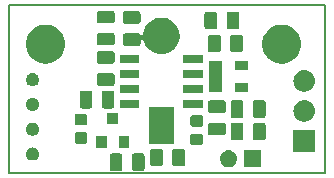
<source format=gbr>
G04 #@! TF.GenerationSoftware,KiCad,Pcbnew,5.1.0*
G04 #@! TF.CreationDate,2019-05-19T21:56:43+02:00*
G04 #@! TF.ProjectId,beeper,62656570-6572-42e6-9b69-6361645f7063,rev?*
G04 #@! TF.SameCoordinates,Original*
G04 #@! TF.FileFunction,Soldermask,Bot*
G04 #@! TF.FilePolarity,Negative*
%FSLAX46Y46*%
G04 Gerber Fmt 4.6, Leading zero omitted, Abs format (unit mm)*
G04 Created by KiCad (PCBNEW 5.1.0) date 2019-05-19 21:56:43*
%MOMM*%
%LPD*%
G04 APERTURE LIST*
%ADD10C,0.150000*%
%ADD11C,0.100000*%
G04 APERTURE END LIST*
D10*
X136500000Y-108700000D02*
X136500000Y-94500000D01*
X163300000Y-108700000D02*
X136500000Y-108700000D01*
X163250000Y-94500000D02*
X163300000Y-108700000D01*
X136500000Y-94500000D02*
X163250000Y-94500000D01*
D11*
G36*
X147821848Y-107053764D02*
G01*
X147860500Y-107065489D01*
X147896123Y-107084530D01*
X147927346Y-107110154D01*
X147952970Y-107141377D01*
X147972011Y-107177000D01*
X147983736Y-107215652D01*
X147988300Y-107261991D01*
X147988300Y-108338009D01*
X147983736Y-108384348D01*
X147972011Y-108423000D01*
X147952970Y-108458623D01*
X147927346Y-108489846D01*
X147896123Y-108515470D01*
X147860500Y-108534511D01*
X147821848Y-108546236D01*
X147775509Y-108550800D01*
X147124491Y-108550800D01*
X147078152Y-108546236D01*
X147039500Y-108534511D01*
X147003877Y-108515470D01*
X146972654Y-108489846D01*
X146947030Y-108458623D01*
X146927989Y-108423000D01*
X146916264Y-108384348D01*
X146911700Y-108338009D01*
X146911700Y-107261991D01*
X146916264Y-107215652D01*
X146927989Y-107177000D01*
X146947030Y-107141377D01*
X146972654Y-107110154D01*
X147003877Y-107084530D01*
X147039500Y-107065489D01*
X147078152Y-107053764D01*
X147124491Y-107049200D01*
X147775509Y-107049200D01*
X147821848Y-107053764D01*
X147821848Y-107053764D01*
G37*
G36*
X145946848Y-107053764D02*
G01*
X145985500Y-107065489D01*
X146021123Y-107084530D01*
X146052346Y-107110154D01*
X146077970Y-107141377D01*
X146097011Y-107177000D01*
X146108736Y-107215652D01*
X146113300Y-107261991D01*
X146113300Y-108338009D01*
X146108736Y-108384348D01*
X146097011Y-108423000D01*
X146077970Y-108458623D01*
X146052346Y-108489846D01*
X146021123Y-108515470D01*
X145985500Y-108534511D01*
X145946848Y-108546236D01*
X145900509Y-108550800D01*
X145249491Y-108550800D01*
X145203152Y-108546236D01*
X145164500Y-108534511D01*
X145128877Y-108515470D01*
X145097654Y-108489846D01*
X145072030Y-108458623D01*
X145052989Y-108423000D01*
X145041264Y-108384348D01*
X145036700Y-108338009D01*
X145036700Y-107261991D01*
X145041264Y-107215652D01*
X145052989Y-107177000D01*
X145072030Y-107141377D01*
X145097654Y-107110154D01*
X145128877Y-107084530D01*
X145164500Y-107065489D01*
X145203152Y-107053764D01*
X145249491Y-107049200D01*
X145900509Y-107049200D01*
X145946848Y-107053764D01*
X145946848Y-107053764D01*
G37*
G36*
X157825800Y-108225800D02*
G01*
X156374200Y-108225800D01*
X156374200Y-106774200D01*
X157825800Y-106774200D01*
X157825800Y-108225800D01*
X157825800Y-108225800D01*
G37*
G36*
X155242283Y-106784702D02*
G01*
X155379095Y-106826204D01*
X155505183Y-106893599D01*
X155615701Y-106984299D01*
X155706401Y-107094817D01*
X155773796Y-107220905D01*
X155815298Y-107357717D01*
X155829311Y-107500000D01*
X155815298Y-107642283D01*
X155773796Y-107779095D01*
X155706401Y-107905183D01*
X155615701Y-108015701D01*
X155505183Y-108106401D01*
X155379095Y-108173796D01*
X155242283Y-108215298D01*
X155135650Y-108225800D01*
X155064350Y-108225800D01*
X154957717Y-108215298D01*
X154820905Y-108173796D01*
X154694817Y-108106401D01*
X154584299Y-108015701D01*
X154493599Y-107905183D01*
X154426204Y-107779095D01*
X154384702Y-107642283D01*
X154370689Y-107500000D01*
X154384702Y-107357717D01*
X154426204Y-107220905D01*
X154493599Y-107094817D01*
X154584299Y-106984299D01*
X154694817Y-106893599D01*
X154820905Y-106826204D01*
X154957717Y-106784702D01*
X155064350Y-106774200D01*
X155135650Y-106774200D01*
X155242283Y-106784702D01*
X155242283Y-106784702D01*
G37*
G36*
X149371848Y-106653764D02*
G01*
X149410500Y-106665489D01*
X149446123Y-106684530D01*
X149477346Y-106710154D01*
X149502970Y-106741377D01*
X149522011Y-106777000D01*
X149533736Y-106815652D01*
X149538300Y-106861991D01*
X149538300Y-107938009D01*
X149533736Y-107984348D01*
X149522011Y-108023000D01*
X149502970Y-108058623D01*
X149477346Y-108089846D01*
X149446123Y-108115470D01*
X149410500Y-108134511D01*
X149371848Y-108146236D01*
X149325509Y-108150800D01*
X148674491Y-108150800D01*
X148628152Y-108146236D01*
X148589500Y-108134511D01*
X148553877Y-108115470D01*
X148522654Y-108089846D01*
X148497030Y-108058623D01*
X148477989Y-108023000D01*
X148466264Y-107984348D01*
X148461700Y-107938009D01*
X148461700Y-106861991D01*
X148466264Y-106815652D01*
X148477989Y-106777000D01*
X148497030Y-106741377D01*
X148522654Y-106710154D01*
X148553877Y-106684530D01*
X148589500Y-106665489D01*
X148628152Y-106653764D01*
X148674491Y-106649200D01*
X149325509Y-106649200D01*
X149371848Y-106653764D01*
X149371848Y-106653764D01*
G37*
G36*
X151246848Y-106653764D02*
G01*
X151285500Y-106665489D01*
X151321123Y-106684530D01*
X151352346Y-106710154D01*
X151377970Y-106741377D01*
X151397011Y-106777000D01*
X151408736Y-106815652D01*
X151413300Y-106861991D01*
X151413300Y-107938009D01*
X151408736Y-107984348D01*
X151397011Y-108023000D01*
X151377970Y-108058623D01*
X151352346Y-108089846D01*
X151321123Y-108115470D01*
X151285500Y-108134511D01*
X151246848Y-108146236D01*
X151200509Y-108150800D01*
X150549491Y-108150800D01*
X150503152Y-108146236D01*
X150464500Y-108134511D01*
X150428877Y-108115470D01*
X150397654Y-108089846D01*
X150372030Y-108058623D01*
X150352989Y-108023000D01*
X150341264Y-107984348D01*
X150336700Y-107938009D01*
X150336700Y-106861991D01*
X150341264Y-106815652D01*
X150352989Y-106777000D01*
X150372030Y-106741377D01*
X150397654Y-106710154D01*
X150428877Y-106684530D01*
X150464500Y-106665489D01*
X150503152Y-106653764D01*
X150549491Y-106649200D01*
X151200509Y-106649200D01*
X151246848Y-106653764D01*
X151246848Y-106653764D01*
G37*
G36*
X138660659Y-106570366D02*
G01*
X138660661Y-106570367D01*
X138660662Y-106570367D01*
X138760902Y-106611887D01*
X138851114Y-106672166D01*
X138927834Y-106748886D01*
X138988113Y-106839098D01*
X139029633Y-106939338D01*
X139029634Y-106939341D01*
X139050800Y-107045750D01*
X139050800Y-107154250D01*
X139037542Y-107220905D01*
X139029633Y-107260662D01*
X138988113Y-107360902D01*
X138927834Y-107451114D01*
X138851114Y-107527834D01*
X138760902Y-107588113D01*
X138660662Y-107629633D01*
X138660661Y-107629633D01*
X138660659Y-107629634D01*
X138554250Y-107650800D01*
X138445750Y-107650800D01*
X138339341Y-107629634D01*
X138339339Y-107629633D01*
X138339338Y-107629633D01*
X138239098Y-107588113D01*
X138148886Y-107527834D01*
X138072166Y-107451114D01*
X138011887Y-107360902D01*
X137970367Y-107260662D01*
X137962459Y-107220905D01*
X137949200Y-107154250D01*
X137949200Y-107045750D01*
X137970366Y-106939341D01*
X137970367Y-106939338D01*
X138011887Y-106839098D01*
X138072166Y-106748886D01*
X138148886Y-106672166D01*
X138239098Y-106611887D01*
X138339338Y-106570367D01*
X138339339Y-106570367D01*
X138339341Y-106570366D01*
X138445750Y-106549200D01*
X138554250Y-106549200D01*
X138660659Y-106570366D01*
X138660659Y-106570366D01*
G37*
G36*
X162400800Y-106900800D02*
G01*
X160599200Y-106900800D01*
X160599200Y-105099200D01*
X162400800Y-105099200D01*
X162400800Y-106900800D01*
X162400800Y-106900800D01*
G37*
G36*
X146700800Y-106600800D02*
G01*
X145799200Y-106600800D01*
X145799200Y-105599200D01*
X146700800Y-105599200D01*
X146700800Y-106600800D01*
X146700800Y-106600800D01*
G37*
G36*
X144800800Y-106600800D02*
G01*
X143899200Y-106600800D01*
X143899200Y-105599200D01*
X144800800Y-105599200D01*
X144800800Y-106600800D01*
X144800800Y-106600800D01*
G37*
G36*
X152779468Y-105390783D02*
G01*
X152813433Y-105401086D01*
X152844734Y-105417817D01*
X152872168Y-105440332D01*
X152894683Y-105467766D01*
X152911414Y-105499067D01*
X152921717Y-105533032D01*
X152925800Y-105574490D01*
X152925800Y-106175510D01*
X152921717Y-106216968D01*
X152911414Y-106250933D01*
X152894683Y-106282234D01*
X152872168Y-106309668D01*
X152844734Y-106332183D01*
X152813433Y-106348914D01*
X152779468Y-106359217D01*
X152738010Y-106363300D01*
X152061990Y-106363300D01*
X152020532Y-106359217D01*
X151986567Y-106348914D01*
X151955266Y-106332183D01*
X151927832Y-106309668D01*
X151905317Y-106282234D01*
X151888586Y-106250933D01*
X151878283Y-106216968D01*
X151874200Y-106175510D01*
X151874200Y-105574490D01*
X151878283Y-105533032D01*
X151888586Y-105499067D01*
X151905317Y-105467766D01*
X151927832Y-105440332D01*
X151955266Y-105417817D01*
X151986567Y-105401086D01*
X152020532Y-105390783D01*
X152061990Y-105386700D01*
X152738010Y-105386700D01*
X152779468Y-105390783D01*
X152779468Y-105390783D01*
G37*
G36*
X150450800Y-106250800D02*
G01*
X148349200Y-106250800D01*
X148349200Y-103149200D01*
X150450800Y-103149200D01*
X150450800Y-106250800D01*
X150450800Y-106250800D01*
G37*
G36*
X142979468Y-105265783D02*
G01*
X143013433Y-105276086D01*
X143044734Y-105292817D01*
X143072168Y-105315332D01*
X143094683Y-105342766D01*
X143111414Y-105374067D01*
X143121717Y-105408032D01*
X143125800Y-105449490D01*
X143125800Y-106050510D01*
X143121717Y-106091968D01*
X143111414Y-106125933D01*
X143094683Y-106157234D01*
X143072168Y-106184668D01*
X143044734Y-106207183D01*
X143013433Y-106223914D01*
X142979468Y-106234217D01*
X142938010Y-106238300D01*
X142261990Y-106238300D01*
X142220532Y-106234217D01*
X142186567Y-106223914D01*
X142155266Y-106207183D01*
X142127832Y-106184668D01*
X142105317Y-106157234D01*
X142088586Y-106125933D01*
X142078283Y-106091968D01*
X142074200Y-106050510D01*
X142074200Y-105449490D01*
X142078283Y-105408032D01*
X142088586Y-105374067D01*
X142105317Y-105342766D01*
X142127832Y-105315332D01*
X142155266Y-105292817D01*
X142186567Y-105276086D01*
X142220532Y-105265783D01*
X142261990Y-105261700D01*
X142938010Y-105261700D01*
X142979468Y-105265783D01*
X142979468Y-105265783D01*
G37*
G36*
X156196848Y-104453764D02*
G01*
X156235500Y-104465489D01*
X156271123Y-104484530D01*
X156302346Y-104510154D01*
X156327970Y-104541377D01*
X156347011Y-104577000D01*
X156358736Y-104615652D01*
X156363300Y-104661991D01*
X156363300Y-105738009D01*
X156358736Y-105784348D01*
X156347011Y-105823000D01*
X156327970Y-105858623D01*
X156302346Y-105889846D01*
X156271123Y-105915470D01*
X156235500Y-105934511D01*
X156196848Y-105946236D01*
X156150509Y-105950800D01*
X155499491Y-105950800D01*
X155453152Y-105946236D01*
X155414500Y-105934511D01*
X155378877Y-105915470D01*
X155347654Y-105889846D01*
X155322030Y-105858623D01*
X155302989Y-105823000D01*
X155291264Y-105784348D01*
X155286700Y-105738009D01*
X155286700Y-104661991D01*
X155291264Y-104615652D01*
X155302989Y-104577000D01*
X155322030Y-104541377D01*
X155347654Y-104510154D01*
X155378877Y-104484530D01*
X155414500Y-104465489D01*
X155453152Y-104453764D01*
X155499491Y-104449200D01*
X156150509Y-104449200D01*
X156196848Y-104453764D01*
X156196848Y-104453764D01*
G37*
G36*
X158071848Y-104453764D02*
G01*
X158110500Y-104465489D01*
X158146123Y-104484530D01*
X158177346Y-104510154D01*
X158202970Y-104541377D01*
X158222011Y-104577000D01*
X158233736Y-104615652D01*
X158238300Y-104661991D01*
X158238300Y-105738009D01*
X158233736Y-105784348D01*
X158222011Y-105823000D01*
X158202970Y-105858623D01*
X158177346Y-105889846D01*
X158146123Y-105915470D01*
X158110500Y-105934511D01*
X158071848Y-105946236D01*
X158025509Y-105950800D01*
X157374491Y-105950800D01*
X157328152Y-105946236D01*
X157289500Y-105934511D01*
X157253877Y-105915470D01*
X157222654Y-105889846D01*
X157197030Y-105858623D01*
X157177989Y-105823000D01*
X157166264Y-105784348D01*
X157161700Y-105738009D01*
X157161700Y-104661991D01*
X157166264Y-104615652D01*
X157177989Y-104577000D01*
X157197030Y-104541377D01*
X157222654Y-104510154D01*
X157253877Y-104484530D01*
X157289500Y-104465489D01*
X157328152Y-104453764D01*
X157374491Y-104449200D01*
X158025509Y-104449200D01*
X158071848Y-104453764D01*
X158071848Y-104453764D01*
G37*
G36*
X138660659Y-104470366D02*
G01*
X138660661Y-104470367D01*
X138660662Y-104470367D01*
X138760902Y-104511887D01*
X138851114Y-104572166D01*
X138927834Y-104648886D01*
X138988113Y-104739098D01*
X139029633Y-104839338D01*
X139050800Y-104945751D01*
X139050800Y-105054249D01*
X139029633Y-105160662D01*
X138988113Y-105260902D01*
X138927834Y-105351114D01*
X138851114Y-105427834D01*
X138760902Y-105488113D01*
X138660662Y-105529633D01*
X138660661Y-105529633D01*
X138660659Y-105529634D01*
X138554250Y-105550800D01*
X138445750Y-105550800D01*
X138339341Y-105529634D01*
X138339339Y-105529633D01*
X138339338Y-105529633D01*
X138239098Y-105488113D01*
X138148886Y-105427834D01*
X138072166Y-105351114D01*
X138011887Y-105260902D01*
X137970367Y-105160662D01*
X137949200Y-105054249D01*
X137949200Y-104945751D01*
X137970367Y-104839338D01*
X138011887Y-104739098D01*
X138072166Y-104648886D01*
X138148886Y-104572166D01*
X138239098Y-104511887D01*
X138339338Y-104470367D01*
X138339339Y-104470367D01*
X138339341Y-104470366D01*
X138445750Y-104449200D01*
X138554250Y-104449200D01*
X138660659Y-104470366D01*
X138660659Y-104470366D01*
G37*
G36*
X154684348Y-104441264D02*
G01*
X154723000Y-104452989D01*
X154758623Y-104472030D01*
X154789846Y-104497654D01*
X154815470Y-104528877D01*
X154834511Y-104564500D01*
X154846236Y-104603152D01*
X154850800Y-104649491D01*
X154850800Y-105300509D01*
X154846236Y-105346848D01*
X154834511Y-105385500D01*
X154815470Y-105421123D01*
X154789846Y-105452346D01*
X154758623Y-105477970D01*
X154723000Y-105497011D01*
X154684348Y-105508736D01*
X154638009Y-105513300D01*
X153561991Y-105513300D01*
X153515652Y-105508736D01*
X153477000Y-105497011D01*
X153441377Y-105477970D01*
X153410154Y-105452346D01*
X153384530Y-105421123D01*
X153365489Y-105385500D01*
X153353764Y-105346848D01*
X153349200Y-105300509D01*
X153349200Y-104649491D01*
X153353764Y-104603152D01*
X153365489Y-104564500D01*
X153384530Y-104528877D01*
X153410154Y-104497654D01*
X153441377Y-104472030D01*
X153477000Y-104452989D01*
X153515652Y-104441264D01*
X153561991Y-104436700D01*
X154638009Y-104436700D01*
X154684348Y-104441264D01*
X154684348Y-104441264D01*
G37*
G36*
X152779468Y-103815783D02*
G01*
X152813433Y-103826086D01*
X152844734Y-103842817D01*
X152872168Y-103865332D01*
X152894683Y-103892766D01*
X152911414Y-103924067D01*
X152921717Y-103958032D01*
X152925800Y-103999490D01*
X152925800Y-104600510D01*
X152921717Y-104641968D01*
X152911414Y-104675933D01*
X152894683Y-104707234D01*
X152872168Y-104734668D01*
X152844734Y-104757183D01*
X152813433Y-104773914D01*
X152779468Y-104784217D01*
X152738010Y-104788300D01*
X152061990Y-104788300D01*
X152020532Y-104784217D01*
X151986567Y-104773914D01*
X151955266Y-104757183D01*
X151927832Y-104734668D01*
X151905317Y-104707234D01*
X151888586Y-104675933D01*
X151878283Y-104641968D01*
X151874200Y-104600510D01*
X151874200Y-103999490D01*
X151878283Y-103958032D01*
X151888586Y-103924067D01*
X151905317Y-103892766D01*
X151927832Y-103865332D01*
X151955266Y-103842817D01*
X151986567Y-103826086D01*
X152020532Y-103815783D01*
X152061990Y-103811700D01*
X152738010Y-103811700D01*
X152779468Y-103815783D01*
X152779468Y-103815783D01*
G37*
G36*
X142979468Y-103690783D02*
G01*
X143013433Y-103701086D01*
X143044734Y-103717817D01*
X143072168Y-103740332D01*
X143094683Y-103767766D01*
X143111414Y-103799067D01*
X143121717Y-103833032D01*
X143125800Y-103874490D01*
X143125800Y-104475510D01*
X143121717Y-104516968D01*
X143111414Y-104550933D01*
X143094683Y-104582234D01*
X143072168Y-104609668D01*
X143044734Y-104632183D01*
X143013433Y-104648914D01*
X142979468Y-104659217D01*
X142938010Y-104663300D01*
X142261990Y-104663300D01*
X142220532Y-104659217D01*
X142186567Y-104648914D01*
X142155266Y-104632183D01*
X142127832Y-104609668D01*
X142105317Y-104582234D01*
X142088586Y-104550933D01*
X142078283Y-104516968D01*
X142074200Y-104475510D01*
X142074200Y-103874490D01*
X142078283Y-103833032D01*
X142088586Y-103799067D01*
X142105317Y-103767766D01*
X142127832Y-103740332D01*
X142155266Y-103717817D01*
X142186567Y-103701086D01*
X142220532Y-103690783D01*
X142261990Y-103686700D01*
X142938010Y-103686700D01*
X142979468Y-103690783D01*
X142979468Y-103690783D01*
G37*
G36*
X145750800Y-104600800D02*
G01*
X144849200Y-104600800D01*
X144849200Y-103599200D01*
X145750800Y-103599200D01*
X145750800Y-104600800D01*
X145750800Y-104600800D01*
G37*
G36*
X161588362Y-102563545D02*
G01*
X161676588Y-102572234D01*
X161801592Y-102610154D01*
X161846392Y-102623744D01*
X162002878Y-102707388D01*
X162140044Y-102819956D01*
X162252612Y-102957122D01*
X162336256Y-103113608D01*
X162336257Y-103113611D01*
X162387766Y-103283412D01*
X162405158Y-103460000D01*
X162387766Y-103636588D01*
X162339649Y-103795208D01*
X162336256Y-103806392D01*
X162252612Y-103962878D01*
X162140044Y-104100044D01*
X162002878Y-104212612D01*
X161846392Y-104296256D01*
X161846389Y-104296257D01*
X161676588Y-104347766D01*
X161588362Y-104356455D01*
X161544250Y-104360800D01*
X161455750Y-104360800D01*
X161411638Y-104356455D01*
X161323412Y-104347766D01*
X161153611Y-104296257D01*
X161153608Y-104296256D01*
X160997122Y-104212612D01*
X160859956Y-104100044D01*
X160747388Y-103962878D01*
X160663744Y-103806392D01*
X160660351Y-103795208D01*
X160612234Y-103636588D01*
X160594842Y-103460000D01*
X160612234Y-103283412D01*
X160663743Y-103113611D01*
X160663744Y-103113608D01*
X160747388Y-102957122D01*
X160859956Y-102819956D01*
X160997122Y-102707388D01*
X161153608Y-102623744D01*
X161198408Y-102610154D01*
X161323412Y-102572234D01*
X161411638Y-102563545D01*
X161455750Y-102559200D01*
X161544250Y-102559200D01*
X161588362Y-102563545D01*
X161588362Y-102563545D01*
G37*
G36*
X156196848Y-102553764D02*
G01*
X156235500Y-102565489D01*
X156271123Y-102584530D01*
X156302346Y-102610154D01*
X156327970Y-102641377D01*
X156347011Y-102677000D01*
X156358736Y-102715652D01*
X156363300Y-102761991D01*
X156363300Y-103838009D01*
X156358736Y-103884348D01*
X156347011Y-103923000D01*
X156327970Y-103958623D01*
X156302346Y-103989846D01*
X156271123Y-104015470D01*
X156235500Y-104034511D01*
X156196848Y-104046236D01*
X156150509Y-104050800D01*
X155499491Y-104050800D01*
X155453152Y-104046236D01*
X155414500Y-104034511D01*
X155378877Y-104015470D01*
X155347654Y-103989846D01*
X155322030Y-103958623D01*
X155302989Y-103923000D01*
X155291264Y-103884348D01*
X155286700Y-103838009D01*
X155286700Y-102761991D01*
X155291264Y-102715652D01*
X155302989Y-102677000D01*
X155322030Y-102641377D01*
X155347654Y-102610154D01*
X155378877Y-102584530D01*
X155414500Y-102565489D01*
X155453152Y-102553764D01*
X155499491Y-102549200D01*
X156150509Y-102549200D01*
X156196848Y-102553764D01*
X156196848Y-102553764D01*
G37*
G36*
X158071848Y-102553764D02*
G01*
X158110500Y-102565489D01*
X158146123Y-102584530D01*
X158177346Y-102610154D01*
X158202970Y-102641377D01*
X158222011Y-102677000D01*
X158233736Y-102715652D01*
X158238300Y-102761991D01*
X158238300Y-103838009D01*
X158233736Y-103884348D01*
X158222011Y-103923000D01*
X158202970Y-103958623D01*
X158177346Y-103989846D01*
X158146123Y-104015470D01*
X158110500Y-104034511D01*
X158071848Y-104046236D01*
X158025509Y-104050800D01*
X157374491Y-104050800D01*
X157328152Y-104046236D01*
X157289500Y-104034511D01*
X157253877Y-104015470D01*
X157222654Y-103989846D01*
X157197030Y-103958623D01*
X157177989Y-103923000D01*
X157166264Y-103884348D01*
X157161700Y-103838009D01*
X157161700Y-102761991D01*
X157166264Y-102715652D01*
X157177989Y-102677000D01*
X157197030Y-102641377D01*
X157222654Y-102610154D01*
X157253877Y-102584530D01*
X157289500Y-102565489D01*
X157328152Y-102553764D01*
X157374491Y-102549200D01*
X158025509Y-102549200D01*
X158071848Y-102553764D01*
X158071848Y-102553764D01*
G37*
G36*
X154684348Y-102566264D02*
G01*
X154723000Y-102577989D01*
X154758623Y-102597030D01*
X154789846Y-102622654D01*
X154815470Y-102653877D01*
X154834511Y-102689500D01*
X154846236Y-102728152D01*
X154850800Y-102774491D01*
X154850800Y-103425509D01*
X154846236Y-103471848D01*
X154834511Y-103510500D01*
X154815470Y-103546123D01*
X154789846Y-103577346D01*
X154758623Y-103602970D01*
X154723000Y-103622011D01*
X154684348Y-103633736D01*
X154638009Y-103638300D01*
X153561991Y-103638300D01*
X153515652Y-103633736D01*
X153477000Y-103622011D01*
X153441377Y-103602970D01*
X153410154Y-103577346D01*
X153384530Y-103546123D01*
X153365489Y-103510500D01*
X153353764Y-103471848D01*
X153349200Y-103425509D01*
X153349200Y-102774491D01*
X153353764Y-102728152D01*
X153365489Y-102689500D01*
X153384530Y-102653877D01*
X153410154Y-102622654D01*
X153441377Y-102597030D01*
X153477000Y-102577989D01*
X153515652Y-102566264D01*
X153561991Y-102561700D01*
X154638009Y-102561700D01*
X154684348Y-102566264D01*
X154684348Y-102566264D01*
G37*
G36*
X138660659Y-102370366D02*
G01*
X138660661Y-102370367D01*
X138660662Y-102370367D01*
X138760902Y-102411887D01*
X138851114Y-102472166D01*
X138927834Y-102548886D01*
X138988113Y-102639098D01*
X139029633Y-102739338D01*
X139029634Y-102739341D01*
X139045350Y-102818350D01*
X139050800Y-102845751D01*
X139050800Y-102954249D01*
X139029633Y-103060662D01*
X138988113Y-103160902D01*
X138927834Y-103251114D01*
X138851114Y-103327834D01*
X138760902Y-103388113D01*
X138660662Y-103429633D01*
X138660661Y-103429633D01*
X138660659Y-103429634D01*
X138554250Y-103450800D01*
X138445750Y-103450800D01*
X138339341Y-103429634D01*
X138339339Y-103429633D01*
X138339338Y-103429633D01*
X138239098Y-103388113D01*
X138148886Y-103327834D01*
X138072166Y-103251114D01*
X138011887Y-103160902D01*
X137970367Y-103060662D01*
X137949200Y-102954249D01*
X137949200Y-102845751D01*
X137954650Y-102818350D01*
X137970366Y-102739341D01*
X137970367Y-102739338D01*
X138011887Y-102639098D01*
X138072166Y-102548886D01*
X138148886Y-102472166D01*
X138239098Y-102411887D01*
X138339338Y-102370367D01*
X138339339Y-102370367D01*
X138339341Y-102370366D01*
X138445750Y-102349200D01*
X138554250Y-102349200D01*
X138660659Y-102370366D01*
X138660659Y-102370366D01*
G37*
G36*
X143396848Y-101753764D02*
G01*
X143435500Y-101765489D01*
X143471123Y-101784530D01*
X143502346Y-101810154D01*
X143527970Y-101841377D01*
X143547011Y-101877000D01*
X143558736Y-101915652D01*
X143563300Y-101961991D01*
X143563300Y-103038009D01*
X143558736Y-103084348D01*
X143547011Y-103123000D01*
X143527970Y-103158623D01*
X143502346Y-103189846D01*
X143471123Y-103215470D01*
X143435500Y-103234511D01*
X143396848Y-103246236D01*
X143350509Y-103250800D01*
X142699491Y-103250800D01*
X142653152Y-103246236D01*
X142614500Y-103234511D01*
X142578877Y-103215470D01*
X142547654Y-103189846D01*
X142522030Y-103158623D01*
X142502989Y-103123000D01*
X142491264Y-103084348D01*
X142486700Y-103038009D01*
X142486700Y-101961991D01*
X142491264Y-101915652D01*
X142502989Y-101877000D01*
X142522030Y-101841377D01*
X142547654Y-101810154D01*
X142578877Y-101784530D01*
X142614500Y-101765489D01*
X142653152Y-101753764D01*
X142699491Y-101749200D01*
X143350509Y-101749200D01*
X143396848Y-101753764D01*
X143396848Y-101753764D01*
G37*
G36*
X145271848Y-101753764D02*
G01*
X145310500Y-101765489D01*
X145346123Y-101784530D01*
X145377346Y-101810154D01*
X145402970Y-101841377D01*
X145422011Y-101877000D01*
X145433736Y-101915652D01*
X145438300Y-101961991D01*
X145438300Y-103038009D01*
X145433736Y-103084348D01*
X145422011Y-103123000D01*
X145402970Y-103158623D01*
X145377346Y-103189846D01*
X145346123Y-103215470D01*
X145310500Y-103234511D01*
X145271848Y-103246236D01*
X145225509Y-103250800D01*
X144574491Y-103250800D01*
X144528152Y-103246236D01*
X144489500Y-103234511D01*
X144453877Y-103215470D01*
X144422654Y-103189846D01*
X144397030Y-103158623D01*
X144377989Y-103123000D01*
X144366264Y-103084348D01*
X144361700Y-103038009D01*
X144361700Y-101961991D01*
X144366264Y-101915652D01*
X144377989Y-101877000D01*
X144397030Y-101841377D01*
X144422654Y-101810154D01*
X144453877Y-101784530D01*
X144489500Y-101765489D01*
X144528152Y-101753764D01*
X144574491Y-101749200D01*
X145225509Y-101749200D01*
X145271848Y-101753764D01*
X145271848Y-101753764D01*
G37*
G36*
X147525800Y-103190800D02*
G01*
X145874200Y-103190800D01*
X145874200Y-102489200D01*
X147525800Y-102489200D01*
X147525800Y-103190800D01*
X147525800Y-103190800D01*
G37*
G36*
X152925800Y-103190800D02*
G01*
X151274200Y-103190800D01*
X151274200Y-102489200D01*
X152925800Y-102489200D01*
X152925800Y-103190800D01*
X152925800Y-103190800D01*
G37*
G36*
X152925800Y-101920800D02*
G01*
X151274200Y-101920800D01*
X151274200Y-101219200D01*
X152925800Y-101219200D01*
X152925800Y-101920800D01*
X152925800Y-101920800D01*
G37*
G36*
X147525800Y-101920800D02*
G01*
X145874200Y-101920800D01*
X145874200Y-101219200D01*
X147525800Y-101219200D01*
X147525800Y-101920800D01*
X147525800Y-101920800D01*
G37*
G36*
X154580800Y-101875800D02*
G01*
X153419200Y-101875800D01*
X153419200Y-99224200D01*
X154580800Y-99224200D01*
X154580800Y-101875800D01*
X154580800Y-101875800D01*
G37*
G36*
X156780800Y-101875800D02*
G01*
X155619200Y-101875800D01*
X155619200Y-101124200D01*
X156780800Y-101124200D01*
X156780800Y-101875800D01*
X156780800Y-101875800D01*
G37*
G36*
X161588362Y-100023545D02*
G01*
X161676588Y-100032234D01*
X161846389Y-100083743D01*
X161846392Y-100083744D01*
X162002878Y-100167388D01*
X162140044Y-100279956D01*
X162252612Y-100417122D01*
X162336256Y-100573608D01*
X162336257Y-100573611D01*
X162387766Y-100743412D01*
X162405158Y-100920000D01*
X162387766Y-101096588D01*
X162342405Y-101246123D01*
X162336256Y-101266392D01*
X162252612Y-101422878D01*
X162140044Y-101560044D01*
X162002878Y-101672612D01*
X161846392Y-101756256D01*
X161846389Y-101756257D01*
X161676588Y-101807766D01*
X161588362Y-101816455D01*
X161544250Y-101820800D01*
X161455750Y-101820800D01*
X161411638Y-101816455D01*
X161323412Y-101807766D01*
X161153611Y-101756257D01*
X161153608Y-101756256D01*
X160997122Y-101672612D01*
X160859956Y-101560044D01*
X160747388Y-101422878D01*
X160663744Y-101266392D01*
X160657595Y-101246123D01*
X160612234Y-101096588D01*
X160594842Y-100920000D01*
X160612234Y-100743412D01*
X160663743Y-100573611D01*
X160663744Y-100573608D01*
X160747388Y-100417122D01*
X160859956Y-100279956D01*
X160997122Y-100167388D01*
X161153608Y-100083744D01*
X161153611Y-100083743D01*
X161323412Y-100032234D01*
X161411638Y-100023545D01*
X161455750Y-100019200D01*
X161544250Y-100019200D01*
X161588362Y-100023545D01*
X161588362Y-100023545D01*
G37*
G36*
X138660659Y-100270366D02*
G01*
X138660661Y-100270367D01*
X138660662Y-100270367D01*
X138760902Y-100311887D01*
X138851114Y-100372166D01*
X138927834Y-100448886D01*
X138988113Y-100539098D01*
X139002407Y-100573608D01*
X139029634Y-100639341D01*
X139050800Y-100745750D01*
X139050800Y-100854250D01*
X139037722Y-100920000D01*
X139029633Y-100960662D01*
X138988113Y-101060902D01*
X138927834Y-101151114D01*
X138851114Y-101227834D01*
X138760902Y-101288113D01*
X138660662Y-101329633D01*
X138660661Y-101329633D01*
X138660659Y-101329634D01*
X138554250Y-101350800D01*
X138445750Y-101350800D01*
X138339341Y-101329634D01*
X138339339Y-101329633D01*
X138339338Y-101329633D01*
X138239098Y-101288113D01*
X138148886Y-101227834D01*
X138072166Y-101151114D01*
X138011887Y-101060902D01*
X137970367Y-100960662D01*
X137962279Y-100920000D01*
X137949200Y-100854250D01*
X137949200Y-100745750D01*
X137970366Y-100639341D01*
X137997593Y-100573608D01*
X138011887Y-100539098D01*
X138072166Y-100448886D01*
X138148886Y-100372166D01*
X138239098Y-100311887D01*
X138339338Y-100270367D01*
X138339339Y-100270367D01*
X138339341Y-100270366D01*
X138445750Y-100249200D01*
X138554250Y-100249200D01*
X138660659Y-100270366D01*
X138660659Y-100270366D01*
G37*
G36*
X145284348Y-100266264D02*
G01*
X145323000Y-100277989D01*
X145358623Y-100297030D01*
X145389846Y-100322654D01*
X145415470Y-100353877D01*
X145434511Y-100389500D01*
X145446236Y-100428152D01*
X145450800Y-100474491D01*
X145450800Y-101125509D01*
X145446236Y-101171848D01*
X145434511Y-101210500D01*
X145415470Y-101246123D01*
X145389846Y-101277346D01*
X145358623Y-101302970D01*
X145323000Y-101322011D01*
X145284348Y-101333736D01*
X145238009Y-101338300D01*
X144161991Y-101338300D01*
X144115652Y-101333736D01*
X144077000Y-101322011D01*
X144041377Y-101302970D01*
X144010154Y-101277346D01*
X143984530Y-101246123D01*
X143965489Y-101210500D01*
X143953764Y-101171848D01*
X143949200Y-101125509D01*
X143949200Y-100474491D01*
X143953764Y-100428152D01*
X143965489Y-100389500D01*
X143984530Y-100353877D01*
X144010154Y-100322654D01*
X144041377Y-100297030D01*
X144077000Y-100277989D01*
X144115652Y-100266264D01*
X144161991Y-100261700D01*
X145238009Y-100261700D01*
X145284348Y-100266264D01*
X145284348Y-100266264D01*
G37*
G36*
X152925800Y-100650800D02*
G01*
X151274200Y-100650800D01*
X151274200Y-99949200D01*
X152925800Y-99949200D01*
X152925800Y-100650800D01*
X152925800Y-100650800D01*
G37*
G36*
X147525800Y-100650800D02*
G01*
X145874200Y-100650800D01*
X145874200Y-99949200D01*
X147525800Y-99949200D01*
X147525800Y-100650800D01*
X147525800Y-100650800D01*
G37*
G36*
X156780800Y-99975800D02*
G01*
X155619200Y-99975800D01*
X155619200Y-99224200D01*
X156780800Y-99224200D01*
X156780800Y-99975800D01*
X156780800Y-99975800D01*
G37*
G36*
X145284348Y-98391264D02*
G01*
X145323000Y-98402989D01*
X145358623Y-98422030D01*
X145389846Y-98447654D01*
X145415470Y-98478877D01*
X145434511Y-98514500D01*
X145446236Y-98553152D01*
X145450800Y-98599491D01*
X145450800Y-99250509D01*
X145446236Y-99296848D01*
X145434511Y-99335500D01*
X145415470Y-99371123D01*
X145389846Y-99402346D01*
X145358623Y-99427970D01*
X145323000Y-99447011D01*
X145284348Y-99458736D01*
X145238009Y-99463300D01*
X144161991Y-99463300D01*
X144115652Y-99458736D01*
X144077000Y-99447011D01*
X144041377Y-99427970D01*
X144010154Y-99402346D01*
X143984530Y-99371123D01*
X143965489Y-99335500D01*
X143953764Y-99296848D01*
X143949200Y-99250509D01*
X143949200Y-98599491D01*
X143953764Y-98553152D01*
X143965489Y-98514500D01*
X143984530Y-98478877D01*
X144010154Y-98447654D01*
X144041377Y-98422030D01*
X144077000Y-98402989D01*
X144115652Y-98391264D01*
X144161991Y-98386700D01*
X145238009Y-98386700D01*
X145284348Y-98391264D01*
X145284348Y-98391264D01*
G37*
G36*
X139868900Y-96170346D02*
G01*
X140081521Y-96212639D01*
X140381947Y-96337080D01*
X140652324Y-96517740D01*
X140882260Y-96747676D01*
X141062920Y-97018053D01*
X141187361Y-97318479D01*
X141250800Y-97637410D01*
X141250800Y-97962590D01*
X141187361Y-98281521D01*
X141062920Y-98581947D01*
X140882260Y-98852324D01*
X140652324Y-99082260D01*
X140381947Y-99262920D01*
X140081521Y-99387361D01*
X139927789Y-99417940D01*
X139762591Y-99450800D01*
X139437409Y-99450800D01*
X139272211Y-99417940D01*
X139118479Y-99387361D01*
X138818053Y-99262920D01*
X138547676Y-99082260D01*
X138317740Y-98852324D01*
X138137080Y-98581947D01*
X138012639Y-98281521D01*
X137949200Y-97962590D01*
X137949200Y-97637410D01*
X138012639Y-97318479D01*
X138137080Y-97018053D01*
X138317740Y-96747676D01*
X138547676Y-96517740D01*
X138818053Y-96337080D01*
X139118479Y-96212639D01*
X139331100Y-96170346D01*
X139437409Y-96149200D01*
X139762591Y-96149200D01*
X139868900Y-96170346D01*
X139868900Y-96170346D01*
G37*
G36*
X159868900Y-96170346D02*
G01*
X160081521Y-96212639D01*
X160381947Y-96337080D01*
X160652324Y-96517740D01*
X160882260Y-96747676D01*
X161062920Y-97018053D01*
X161187361Y-97318479D01*
X161250800Y-97637410D01*
X161250800Y-97962590D01*
X161187361Y-98281521D01*
X161062920Y-98581947D01*
X160882260Y-98852324D01*
X160652324Y-99082260D01*
X160381947Y-99262920D01*
X160081521Y-99387361D01*
X159927789Y-99417940D01*
X159762591Y-99450800D01*
X159437409Y-99450800D01*
X159272211Y-99417940D01*
X159118479Y-99387361D01*
X158818053Y-99262920D01*
X158547676Y-99082260D01*
X158317740Y-98852324D01*
X158137080Y-98581947D01*
X158012639Y-98281521D01*
X157949200Y-97962590D01*
X157949200Y-97637410D01*
X158012639Y-97318479D01*
X158137080Y-97018053D01*
X158317740Y-96747676D01*
X158547676Y-96517740D01*
X158818053Y-96337080D01*
X159118479Y-96212639D01*
X159331100Y-96170346D01*
X159437409Y-96149200D01*
X159762591Y-96149200D01*
X159868900Y-96170346D01*
X159868900Y-96170346D01*
G37*
G36*
X152925800Y-99380800D02*
G01*
X151274200Y-99380800D01*
X151274200Y-98679200D01*
X152925800Y-98679200D01*
X152925800Y-99380800D01*
X152925800Y-99380800D01*
G37*
G36*
X147525800Y-99380800D02*
G01*
X145874200Y-99380800D01*
X145874200Y-98679200D01*
X147525800Y-98679200D01*
X147525800Y-99380800D01*
X147525800Y-99380800D01*
G37*
G36*
X149652611Y-95569065D02*
G01*
X149852352Y-95608796D01*
X150134579Y-95725699D01*
X150388578Y-95895415D01*
X150604585Y-96111422D01*
X150774301Y-96365421D01*
X150891204Y-96647648D01*
X150911101Y-96747677D01*
X150942830Y-96907188D01*
X150950800Y-96947259D01*
X150950800Y-97252741D01*
X150891204Y-97552352D01*
X150774301Y-97834579D01*
X150604585Y-98088578D01*
X150388578Y-98304585D01*
X150134579Y-98474301D01*
X149852352Y-98591204D01*
X149652611Y-98630935D01*
X149552742Y-98650800D01*
X149247258Y-98650800D01*
X149147389Y-98630935D01*
X148947648Y-98591204D01*
X148665421Y-98474301D01*
X148411422Y-98304585D01*
X148195415Y-98088578D01*
X148025699Y-97834579D01*
X147908796Y-97552352D01*
X147898395Y-97500063D01*
X147891283Y-97476617D01*
X147879732Y-97455006D01*
X147864187Y-97436064D01*
X147845245Y-97420519D01*
X147823634Y-97408968D01*
X147800185Y-97401855D01*
X147775799Y-97399453D01*
X147751413Y-97401855D01*
X147727964Y-97408968D01*
X147706353Y-97420519D01*
X147687411Y-97436064D01*
X147671866Y-97455006D01*
X147660315Y-97476617D01*
X147653202Y-97500066D01*
X147650800Y-97524452D01*
X147650800Y-97750509D01*
X147646236Y-97796848D01*
X147634511Y-97835500D01*
X147615470Y-97871123D01*
X147589846Y-97902346D01*
X147558623Y-97927970D01*
X147523000Y-97947011D01*
X147484348Y-97958736D01*
X147438009Y-97963300D01*
X146361991Y-97963300D01*
X146315652Y-97958736D01*
X146277000Y-97947011D01*
X146241377Y-97927970D01*
X146210154Y-97902346D01*
X146184530Y-97871123D01*
X146165489Y-97835500D01*
X146153764Y-97796848D01*
X146149200Y-97750509D01*
X146149200Y-97099491D01*
X146153764Y-97053152D01*
X146165489Y-97014500D01*
X146184530Y-96978877D01*
X146210154Y-96947654D01*
X146241377Y-96922030D01*
X146277000Y-96902989D01*
X146315652Y-96891264D01*
X146361991Y-96886700D01*
X147438009Y-96886700D01*
X147484348Y-96891264D01*
X147523000Y-96902989D01*
X147558623Y-96922030D01*
X147589846Y-96947654D01*
X147615470Y-96978878D01*
X147616546Y-96980890D01*
X147630161Y-97001264D01*
X147647488Y-97018591D01*
X147667863Y-97032204D01*
X147690502Y-97041581D01*
X147714535Y-97046360D01*
X147739039Y-97046360D01*
X147763073Y-97041579D01*
X147785711Y-97032201D01*
X147806085Y-97018586D01*
X147823412Y-97001259D01*
X147837025Y-96980884D01*
X147849381Y-96946349D01*
X147870284Y-96841264D01*
X147908796Y-96647648D01*
X148025699Y-96365421D01*
X148195415Y-96111422D01*
X148411422Y-95895415D01*
X148665421Y-95725699D01*
X148947648Y-95608796D01*
X149147389Y-95569065D01*
X149247258Y-95549200D01*
X149552742Y-95549200D01*
X149652611Y-95569065D01*
X149652611Y-95569065D01*
G37*
G36*
X154271848Y-97003764D02*
G01*
X154310500Y-97015489D01*
X154346123Y-97034530D01*
X154377346Y-97060154D01*
X154402970Y-97091377D01*
X154422011Y-97127000D01*
X154433736Y-97165652D01*
X154438300Y-97211991D01*
X154438300Y-98288009D01*
X154433736Y-98334348D01*
X154422011Y-98373000D01*
X154402970Y-98408623D01*
X154377346Y-98439846D01*
X154346123Y-98465470D01*
X154310500Y-98484511D01*
X154271848Y-98496236D01*
X154225509Y-98500800D01*
X153574491Y-98500800D01*
X153528152Y-98496236D01*
X153489500Y-98484511D01*
X153453877Y-98465470D01*
X153422654Y-98439846D01*
X153397030Y-98408623D01*
X153377989Y-98373000D01*
X153366264Y-98334348D01*
X153361700Y-98288009D01*
X153361700Y-97211991D01*
X153366264Y-97165652D01*
X153377989Y-97127000D01*
X153397030Y-97091377D01*
X153422654Y-97060154D01*
X153453877Y-97034530D01*
X153489500Y-97015489D01*
X153528152Y-97003764D01*
X153574491Y-96999200D01*
X154225509Y-96999200D01*
X154271848Y-97003764D01*
X154271848Y-97003764D01*
G37*
G36*
X156146848Y-97003764D02*
G01*
X156185500Y-97015489D01*
X156221123Y-97034530D01*
X156252346Y-97060154D01*
X156277970Y-97091377D01*
X156297011Y-97127000D01*
X156308736Y-97165652D01*
X156313300Y-97211991D01*
X156313300Y-98288009D01*
X156308736Y-98334348D01*
X156297011Y-98373000D01*
X156277970Y-98408623D01*
X156252346Y-98439846D01*
X156221123Y-98465470D01*
X156185500Y-98484511D01*
X156146848Y-98496236D01*
X156100509Y-98500800D01*
X155449491Y-98500800D01*
X155403152Y-98496236D01*
X155364500Y-98484511D01*
X155328877Y-98465470D01*
X155297654Y-98439846D01*
X155272030Y-98408623D01*
X155252989Y-98373000D01*
X155241264Y-98334348D01*
X155236700Y-98288009D01*
X155236700Y-97211991D01*
X155241264Y-97165652D01*
X155252989Y-97127000D01*
X155272030Y-97091377D01*
X155297654Y-97060154D01*
X155328877Y-97034530D01*
X155364500Y-97015489D01*
X155403152Y-97003764D01*
X155449491Y-96999200D01*
X156100509Y-96999200D01*
X156146848Y-97003764D01*
X156146848Y-97003764D01*
G37*
G36*
X145284348Y-96841264D02*
G01*
X145323000Y-96852989D01*
X145358623Y-96872030D01*
X145389846Y-96897654D01*
X145415470Y-96928877D01*
X145434511Y-96964500D01*
X145446236Y-97003152D01*
X145450800Y-97049491D01*
X145450800Y-97700509D01*
X145446236Y-97746848D01*
X145434511Y-97785500D01*
X145415470Y-97821123D01*
X145389846Y-97852346D01*
X145358623Y-97877970D01*
X145323000Y-97897011D01*
X145284348Y-97908736D01*
X145238009Y-97913300D01*
X144161991Y-97913300D01*
X144115652Y-97908736D01*
X144077000Y-97897011D01*
X144041377Y-97877970D01*
X144010154Y-97852346D01*
X143984530Y-97821123D01*
X143965489Y-97785500D01*
X143953764Y-97746848D01*
X143949200Y-97700509D01*
X143949200Y-97049491D01*
X143953764Y-97003152D01*
X143965489Y-96964500D01*
X143984530Y-96928877D01*
X144010154Y-96897654D01*
X144041377Y-96872030D01*
X144077000Y-96852989D01*
X144115652Y-96841264D01*
X144161991Y-96836700D01*
X145238009Y-96836700D01*
X145284348Y-96841264D01*
X145284348Y-96841264D01*
G37*
G36*
X153971848Y-95053764D02*
G01*
X154010500Y-95065489D01*
X154046123Y-95084530D01*
X154077346Y-95110154D01*
X154102970Y-95141377D01*
X154122011Y-95177000D01*
X154133736Y-95215652D01*
X154138300Y-95261991D01*
X154138300Y-96338009D01*
X154133736Y-96384348D01*
X154122011Y-96423000D01*
X154102970Y-96458623D01*
X154077346Y-96489846D01*
X154046123Y-96515470D01*
X154010500Y-96534511D01*
X153971848Y-96546236D01*
X153925509Y-96550800D01*
X153274491Y-96550800D01*
X153228152Y-96546236D01*
X153189500Y-96534511D01*
X153153877Y-96515470D01*
X153122654Y-96489846D01*
X153097030Y-96458623D01*
X153077989Y-96423000D01*
X153066264Y-96384348D01*
X153061700Y-96338009D01*
X153061700Y-95261991D01*
X153066264Y-95215652D01*
X153077989Y-95177000D01*
X153097030Y-95141377D01*
X153122654Y-95110154D01*
X153153877Y-95084530D01*
X153189500Y-95065489D01*
X153228152Y-95053764D01*
X153274491Y-95049200D01*
X153925509Y-95049200D01*
X153971848Y-95053764D01*
X153971848Y-95053764D01*
G37*
G36*
X155846848Y-95053764D02*
G01*
X155885500Y-95065489D01*
X155921123Y-95084530D01*
X155952346Y-95110154D01*
X155977970Y-95141377D01*
X155997011Y-95177000D01*
X156008736Y-95215652D01*
X156013300Y-95261991D01*
X156013300Y-96338009D01*
X156008736Y-96384348D01*
X155997011Y-96423000D01*
X155977970Y-96458623D01*
X155952346Y-96489846D01*
X155921123Y-96515470D01*
X155885500Y-96534511D01*
X155846848Y-96546236D01*
X155800509Y-96550800D01*
X155149491Y-96550800D01*
X155103152Y-96546236D01*
X155064500Y-96534511D01*
X155028877Y-96515470D01*
X154997654Y-96489846D01*
X154972030Y-96458623D01*
X154952989Y-96423000D01*
X154941264Y-96384348D01*
X154936700Y-96338009D01*
X154936700Y-95261991D01*
X154941264Y-95215652D01*
X154952989Y-95177000D01*
X154972030Y-95141377D01*
X154997654Y-95110154D01*
X155028877Y-95084530D01*
X155064500Y-95065489D01*
X155103152Y-95053764D01*
X155149491Y-95049200D01*
X155800509Y-95049200D01*
X155846848Y-95053764D01*
X155846848Y-95053764D01*
G37*
G36*
X147484348Y-95016264D02*
G01*
X147523000Y-95027989D01*
X147558623Y-95047030D01*
X147589846Y-95072654D01*
X147615470Y-95103877D01*
X147634511Y-95139500D01*
X147646236Y-95178152D01*
X147650800Y-95224491D01*
X147650800Y-95875509D01*
X147646236Y-95921848D01*
X147634511Y-95960500D01*
X147615470Y-95996123D01*
X147589846Y-96027346D01*
X147558623Y-96052970D01*
X147523000Y-96072011D01*
X147484348Y-96083736D01*
X147438009Y-96088300D01*
X146361991Y-96088300D01*
X146315652Y-96083736D01*
X146277000Y-96072011D01*
X146241377Y-96052970D01*
X146210154Y-96027346D01*
X146184530Y-95996123D01*
X146165489Y-95960500D01*
X146153764Y-95921848D01*
X146149200Y-95875509D01*
X146149200Y-95224491D01*
X146153764Y-95178152D01*
X146165489Y-95139500D01*
X146184530Y-95103877D01*
X146210154Y-95072654D01*
X146241377Y-95047030D01*
X146277000Y-95027989D01*
X146315652Y-95016264D01*
X146361991Y-95011700D01*
X147438009Y-95011700D01*
X147484348Y-95016264D01*
X147484348Y-95016264D01*
G37*
G36*
X145284348Y-94966264D02*
G01*
X145323000Y-94977989D01*
X145358623Y-94997030D01*
X145389846Y-95022654D01*
X145415470Y-95053877D01*
X145434511Y-95089500D01*
X145446236Y-95128152D01*
X145450800Y-95174491D01*
X145450800Y-95825509D01*
X145446236Y-95871848D01*
X145434511Y-95910500D01*
X145415470Y-95946123D01*
X145389846Y-95977346D01*
X145358623Y-96002970D01*
X145323000Y-96022011D01*
X145284348Y-96033736D01*
X145238009Y-96038300D01*
X144161991Y-96038300D01*
X144115652Y-96033736D01*
X144077000Y-96022011D01*
X144041377Y-96002970D01*
X144010154Y-95977346D01*
X143984530Y-95946123D01*
X143965489Y-95910500D01*
X143953764Y-95871848D01*
X143949200Y-95825509D01*
X143949200Y-95174491D01*
X143953764Y-95128152D01*
X143965489Y-95089500D01*
X143984530Y-95053877D01*
X144010154Y-95022654D01*
X144041377Y-94997030D01*
X144077000Y-94977989D01*
X144115652Y-94966264D01*
X144161991Y-94961700D01*
X145238009Y-94961700D01*
X145284348Y-94966264D01*
X145284348Y-94966264D01*
G37*
M02*

</source>
